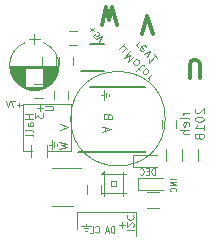
<source format=gbr>
G04 #@! TF.FileFunction,Legend,Bot*
%FSLAX46Y46*%
G04 Gerber Fmt 4.6, Leading zero omitted, Abs format (unit mm)*
G04 Created by KiCad (PCBNEW 4.0.6) date Sat Feb 10 04:57:08 2018*
%MOMM*%
%LPD*%
G01*
G04 APERTURE LIST*
%ADD10C,0.100000*%
%ADD11C,0.125000*%
%ADD12C,0.300000*%
%ADD13C,0.120000*%
%ADD14C,0.150000*%
G04 APERTURE END LIST*
D10*
D11*
X166014286Y-89489286D02*
X165514286Y-89489286D01*
X165657143Y-89489286D02*
X165585714Y-89525001D01*
X165550000Y-89560715D01*
X165514286Y-89632144D01*
X165514286Y-89703572D01*
X166014286Y-90060715D02*
X165978571Y-89989287D01*
X165907143Y-89953572D01*
X165264286Y-89953572D01*
X165978571Y-90632144D02*
X166014286Y-90560715D01*
X166014286Y-90417858D01*
X165978571Y-90346429D01*
X165907143Y-90310715D01*
X165621429Y-90310715D01*
X165550000Y-90346429D01*
X165514286Y-90417858D01*
X165514286Y-90560715D01*
X165550000Y-90632144D01*
X165621429Y-90667858D01*
X165692857Y-90667858D01*
X165764286Y-90310715D01*
X166014286Y-90989286D02*
X165264286Y-90989286D01*
X166014286Y-91310715D02*
X165621429Y-91310715D01*
X165550000Y-91275001D01*
X165514286Y-91203572D01*
X165514286Y-91096429D01*
X165550000Y-91025001D01*
X165585714Y-90989286D01*
X166585714Y-89114285D02*
X166550000Y-89149999D01*
X166514286Y-89221428D01*
X166514286Y-89399999D01*
X166550000Y-89471428D01*
X166585714Y-89507142D01*
X166657143Y-89542857D01*
X166728571Y-89542857D01*
X166835714Y-89507142D01*
X167264286Y-89078571D01*
X167264286Y-89542857D01*
X166514286Y-90007143D02*
X166514286Y-90078571D01*
X166550000Y-90150000D01*
X166585714Y-90185714D01*
X166657143Y-90221428D01*
X166800000Y-90257143D01*
X166978571Y-90257143D01*
X167121429Y-90221428D01*
X167192857Y-90185714D01*
X167228571Y-90150000D01*
X167264286Y-90078571D01*
X167264286Y-90007143D01*
X167228571Y-89935714D01*
X167192857Y-89900000D01*
X167121429Y-89864285D01*
X166978571Y-89828571D01*
X166800000Y-89828571D01*
X166657143Y-89864285D01*
X166585714Y-89900000D01*
X166550000Y-89935714D01*
X166514286Y-90007143D01*
X167264286Y-90971429D02*
X167264286Y-90542857D01*
X167264286Y-90757143D02*
X166514286Y-90757143D01*
X166621429Y-90685714D01*
X166692857Y-90614286D01*
X166728571Y-90542857D01*
X166835714Y-91400000D02*
X166800000Y-91328572D01*
X166764286Y-91292857D01*
X166692857Y-91257143D01*
X166657143Y-91257143D01*
X166585714Y-91292857D01*
X166550000Y-91328572D01*
X166514286Y-91400000D01*
X166514286Y-91542857D01*
X166550000Y-91614286D01*
X166585714Y-91650000D01*
X166657143Y-91685715D01*
X166692857Y-91685715D01*
X166764286Y-91650000D01*
X166800000Y-91614286D01*
X166835714Y-91542857D01*
X166835714Y-91400000D01*
X166871429Y-91328572D01*
X166907143Y-91292857D01*
X166978571Y-91257143D01*
X167121429Y-91257143D01*
X167192857Y-91292857D01*
X167228571Y-91328572D01*
X167264286Y-91400000D01*
X167264286Y-91542857D01*
X167228571Y-91614286D01*
X167192857Y-91650000D01*
X167121429Y-91685715D01*
X166978571Y-91685715D01*
X166907143Y-91650000D01*
X166871429Y-91614286D01*
X166835714Y-91542857D01*
X160094352Y-84105520D02*
X160624682Y-83575190D01*
X160624682Y-84080267D02*
X160700444Y-84055014D01*
X160776206Y-84080267D01*
X160372144Y-83827728D02*
X160447906Y-83802476D01*
X160523667Y-83827728D01*
X160624682Y-83928744D01*
X160649936Y-84004506D01*
X160624682Y-84080267D01*
X160346891Y-84358059D01*
X161003489Y-84307551D02*
X160473159Y-84837881D01*
X161028743Y-84635850D01*
X160826713Y-85191434D01*
X161357043Y-84661104D01*
X161685343Y-84989404D02*
X161609581Y-84964151D01*
X161559073Y-84964150D01*
X161483312Y-84989404D01*
X161331789Y-85140927D01*
X161306535Y-85216688D01*
X161306536Y-85267196D01*
X161331789Y-85342957D01*
X161407551Y-85418719D01*
X161483312Y-85443973D01*
X161533820Y-85443973D01*
X161609581Y-85418719D01*
X161761104Y-85267196D01*
X161786358Y-85191435D01*
X161786358Y-85140928D01*
X161761104Y-85065165D01*
X161685343Y-84989404D01*
X161660089Y-85671257D02*
X161862119Y-85873287D01*
X161559073Y-85923794D02*
X162013642Y-85469226D01*
X162089403Y-85443973D01*
X162165165Y-85469226D01*
X162215673Y-85519734D01*
X162468210Y-85772271D02*
X162392449Y-85747018D01*
X162341941Y-85747018D01*
X162266180Y-85772271D01*
X162114657Y-85923794D01*
X162089403Y-85999556D01*
X162089403Y-86050064D01*
X162114657Y-86125825D01*
X162190418Y-86201586D01*
X162266180Y-86226841D01*
X162316687Y-86226841D01*
X162392449Y-86201586D01*
X162543972Y-86050063D01*
X162569225Y-85974302D01*
X162569225Y-85923795D01*
X162543972Y-85848033D01*
X162468210Y-85772271D01*
X162872271Y-86176332D02*
X162518717Y-86529885D01*
X162619733Y-86428870D02*
X162594479Y-86504632D01*
X162594479Y-86555140D01*
X162619733Y-86630901D01*
X162670241Y-86681408D01*
X161862118Y-83398413D02*
X161508565Y-83751967D01*
X161609580Y-83650952D02*
X161584326Y-83726714D01*
X161584326Y-83777221D01*
X161609581Y-83852983D01*
X161660088Y-83903490D01*
X162367195Y-83953998D02*
X162341941Y-83878236D01*
X162240926Y-83777221D01*
X162165164Y-83751967D01*
X162089403Y-83777221D01*
X161887372Y-83979251D01*
X161862118Y-84055013D01*
X161887372Y-84130774D01*
X161988388Y-84231790D01*
X162064149Y-84257044D01*
X162139911Y-84231790D01*
X162190418Y-84181282D01*
X161988388Y-83878236D01*
X162240926Y-84484328D02*
X162720748Y-84257043D01*
X162493464Y-84736866D01*
X163326840Y-84863135D02*
X163023794Y-84560089D01*
X163175317Y-84711612D02*
X162644987Y-85241942D01*
X162670241Y-85115673D01*
X162670241Y-85014659D01*
X162644986Y-84938897D01*
D10*
X157673212Y-82317653D02*
X157942585Y-82587027D01*
X157956054Y-82304184D02*
X157659743Y-82600495D01*
X158038550Y-83164497D02*
X157870192Y-82996139D01*
X158038550Y-82794108D01*
X158036867Y-82829464D01*
X158052019Y-82881655D01*
X158136198Y-82965834D01*
X158188389Y-82980986D01*
X158223744Y-82979303D01*
X158277619Y-82959100D01*
X158370217Y-82866502D01*
X158390420Y-82812628D01*
X158392103Y-82777272D01*
X158376951Y-82725081D01*
X158292772Y-82640902D01*
X158240581Y-82625750D01*
X158205225Y-82627433D01*
X158156401Y-83282348D02*
X158663161Y-83011291D01*
X158392103Y-83518050D01*
X151842856Y-88839286D02*
X151461904Y-88839286D01*
X151652380Y-89048810D02*
X151652380Y-88629762D01*
X151271427Y-88498810D02*
X150938094Y-88498810D01*
X151152380Y-89048810D01*
X150819047Y-88498810D02*
X150652380Y-89048810D01*
X150485714Y-88498810D01*
X159200000Y-87900000D02*
X159200000Y-88100000D01*
X159000000Y-87800000D02*
X159000000Y-88200000D01*
X158800000Y-87600000D02*
X158800000Y-88400000D01*
X158600000Y-88000000D02*
X158800000Y-88000000D01*
D11*
X159150000Y-89750000D02*
X159116667Y-89650000D01*
X159083333Y-89616667D01*
X159016667Y-89583333D01*
X158916667Y-89583333D01*
X158850000Y-89616667D01*
X158816667Y-89650000D01*
X158783333Y-89716667D01*
X158783333Y-89983333D01*
X159483333Y-89983333D01*
X159483333Y-89750000D01*
X159450000Y-89683333D01*
X159416667Y-89650000D01*
X159350000Y-89616667D01*
X159283333Y-89616667D01*
X159216667Y-89650000D01*
X159183333Y-89683333D01*
X159150000Y-89750000D01*
X159150000Y-89983333D01*
X158883333Y-91066667D02*
X158883333Y-90733333D01*
X158683333Y-91133333D02*
X159383333Y-90900000D01*
X158683333Y-90666667D01*
D10*
X163107142Y-94748810D02*
X163107142Y-94198810D01*
X162988095Y-94198810D01*
X162916666Y-94225000D01*
X162869047Y-94277381D01*
X162845238Y-94329762D01*
X162821428Y-94434524D01*
X162821428Y-94513095D01*
X162845238Y-94617857D01*
X162869047Y-94670238D01*
X162916666Y-94722619D01*
X162988095Y-94748810D01*
X163107142Y-94748810D01*
X162607142Y-94460714D02*
X162440476Y-94460714D01*
X162369047Y-94748810D02*
X162607142Y-94748810D01*
X162607142Y-94198810D01*
X162369047Y-94198810D01*
X161869047Y-94696429D02*
X161892857Y-94722619D01*
X161964285Y-94748810D01*
X162011904Y-94748810D01*
X162083333Y-94722619D01*
X162130952Y-94670238D01*
X162154761Y-94617857D01*
X162178571Y-94513095D01*
X162178571Y-94434524D01*
X162154761Y-94329762D01*
X162130952Y-94277381D01*
X162083333Y-94225000D01*
X162011904Y-94198810D01*
X161964285Y-94198810D01*
X161892857Y-94225000D01*
X161869047Y-94251190D01*
X164948810Y-95088096D02*
X164398810Y-95088096D01*
X164948810Y-95326191D02*
X164398810Y-95326191D01*
X164948810Y-95611905D01*
X164398810Y-95611905D01*
X164896429Y-96135715D02*
X164922619Y-96111905D01*
X164948810Y-96040477D01*
X164948810Y-95992858D01*
X164922619Y-95921429D01*
X164870238Y-95873810D01*
X164817857Y-95850001D01*
X164713095Y-95826191D01*
X164634524Y-95826191D01*
X164529762Y-95850001D01*
X164477381Y-95873810D01*
X164425000Y-95921429D01*
X164398810Y-95992858D01*
X164398810Y-96040477D01*
X164425000Y-96111905D01*
X164451190Y-96135715D01*
X160728571Y-99385714D02*
X161328571Y-99385714D01*
X161271429Y-99128571D02*
X161300000Y-99100000D01*
X161328571Y-99042857D01*
X161328571Y-98900000D01*
X161300000Y-98842857D01*
X161271429Y-98814286D01*
X161214286Y-98785714D01*
X161157143Y-98785714D01*
X161071429Y-98814286D01*
X160728571Y-99157143D01*
X160728571Y-98785714D01*
X160785714Y-98185714D02*
X160757143Y-98214285D01*
X160728571Y-98299999D01*
X160728571Y-98357142D01*
X160757143Y-98442857D01*
X160814286Y-98499999D01*
X160871429Y-98528571D01*
X160985714Y-98557142D01*
X161071429Y-98557142D01*
X161185714Y-98528571D01*
X161242857Y-98499999D01*
X161300000Y-98442857D01*
X161328571Y-98357142D01*
X161328571Y-98299999D01*
X161300000Y-98214285D01*
X161271429Y-98185714D01*
X161500000Y-97900000D02*
X161500000Y-99900000D01*
X156500000Y-97900000D02*
X161500000Y-97900000D01*
X156500000Y-98400000D02*
X156500000Y-97900000D01*
X156500000Y-98400000D02*
X156500000Y-99300000D01*
D11*
X160350000Y-98733334D02*
X160350000Y-99266667D01*
X160616667Y-99000000D02*
X160083333Y-99000000D01*
D10*
X157397402Y-99475152D02*
X157197402Y-99475152D01*
X157497402Y-99275152D02*
X157097402Y-99275152D01*
X157697402Y-99075152D02*
X156897402Y-99075152D01*
X157297402Y-98875152D02*
X157297402Y-99075152D01*
X154200000Y-92200000D02*
X154400000Y-92200000D01*
X154800000Y-92100000D02*
X154800000Y-92300000D01*
X154600000Y-92000000D02*
X154600000Y-92400000D01*
X154400000Y-91800000D02*
X154400000Y-92600000D01*
X159688094Y-99648810D02*
X159688094Y-99098810D01*
X159569047Y-99098810D01*
X159497618Y-99125000D01*
X159449999Y-99177381D01*
X159426190Y-99229762D01*
X159402380Y-99334524D01*
X159402380Y-99413095D01*
X159426190Y-99517857D01*
X159449999Y-99570238D01*
X159497618Y-99622619D01*
X159569047Y-99648810D01*
X159688094Y-99648810D01*
X159211904Y-99491667D02*
X158973809Y-99491667D01*
X159259523Y-99648810D02*
X159092856Y-99098810D01*
X158926190Y-99648810D01*
X158092857Y-99596429D02*
X158116667Y-99622619D01*
X158188095Y-99648810D01*
X158235714Y-99648810D01*
X158307143Y-99622619D01*
X158354762Y-99570238D01*
X158378571Y-99517857D01*
X158402381Y-99413095D01*
X158402381Y-99334524D01*
X158378571Y-99229762D01*
X158354762Y-99177381D01*
X158307143Y-99125000D01*
X158235714Y-99098810D01*
X158188095Y-99098810D01*
X158116667Y-99125000D01*
X158092857Y-99151190D01*
X157640476Y-99648810D02*
X157878571Y-99648810D01*
X157878571Y-99098810D01*
D11*
X155016667Y-91950000D02*
X155716667Y-92116667D01*
X155216667Y-92250000D01*
X155716667Y-92383333D01*
X155016667Y-92550000D01*
X155064667Y-90470067D02*
X155764667Y-90703400D01*
X155064667Y-90936733D01*
X153816667Y-88900001D02*
X154383333Y-88900001D01*
X154450000Y-88933334D01*
X154483333Y-88966667D01*
X154516667Y-89033334D01*
X154516667Y-89166667D01*
X154483333Y-89233334D01*
X154450000Y-89266667D01*
X154383333Y-89300001D01*
X153816667Y-89300001D01*
X153415200Y-88868314D02*
X153415200Y-89325457D01*
X153681867Y-89096886D02*
X153148533Y-89096886D01*
X152981867Y-89554028D02*
X152981867Y-89925457D01*
X153248533Y-89725457D01*
X153248533Y-89811171D01*
X153281867Y-89868314D01*
X153315200Y-89896885D01*
X153381867Y-89925457D01*
X153548533Y-89925457D01*
X153615200Y-89896885D01*
X153648533Y-89868314D01*
X153681867Y-89811171D01*
X153681867Y-89639743D01*
X153648533Y-89582600D01*
X153615200Y-89554028D01*
D10*
X156000000Y-88750000D02*
X152000000Y-88750000D01*
X156000000Y-92750000D02*
X156000000Y-88750000D01*
X154000000Y-92750000D02*
X156000000Y-92750000D01*
X152000000Y-92750000D02*
X152750000Y-92750000D01*
X152000000Y-88750000D02*
X152000000Y-92750000D01*
D11*
X152816667Y-89616667D02*
X152116667Y-89616667D01*
X152450000Y-89616667D02*
X152450000Y-90016667D01*
X152816667Y-90016667D02*
X152116667Y-90016667D01*
X152816667Y-90650000D02*
X152450000Y-90650000D01*
X152383333Y-90616666D01*
X152350000Y-90550000D01*
X152350000Y-90416666D01*
X152383333Y-90350000D01*
X152783333Y-90650000D02*
X152816667Y-90583333D01*
X152816667Y-90416666D01*
X152783333Y-90350000D01*
X152716667Y-90316666D01*
X152650000Y-90316666D01*
X152583333Y-90350000D01*
X152550000Y-90416666D01*
X152550000Y-90583333D01*
X152516667Y-90650000D01*
X152816667Y-91083333D02*
X152783333Y-91016666D01*
X152716667Y-90983333D01*
X152116667Y-90983333D01*
X152816667Y-91450000D02*
X152783333Y-91383333D01*
X152716667Y-91350000D01*
X152116667Y-91350000D01*
D12*
X166071429Y-86571429D02*
X166071429Y-85357143D01*
X166142857Y-85214286D01*
X166214286Y-85142857D01*
X166357143Y-85071429D01*
X166642857Y-85071429D01*
X166785715Y-85142857D01*
X166857143Y-85214286D01*
X166928572Y-85357143D01*
X166928572Y-86571429D01*
X162000000Y-82821429D02*
X162500000Y-81321429D01*
X163000000Y-82821429D01*
X158607143Y-82071429D02*
X158964286Y-80571429D01*
X159250000Y-81642857D01*
X159535714Y-80571429D01*
X159892857Y-82071429D01*
D10*
X164000000Y-90000000D02*
G75*
G03X164000000Y-90000000I-4000000J0D01*
G01*
D13*
X152927000Y-88230000D02*
X153627000Y-88230000D01*
X153627000Y-87030000D02*
X152927000Y-87030000D01*
X155794000Y-88361000D02*
X155794000Y-87661000D01*
X154594000Y-87661000D02*
X154594000Y-88361000D01*
X164938000Y-90786000D02*
X164938000Y-90086000D01*
X163738000Y-90086000D02*
X163738000Y-90786000D01*
X153578000Y-84752000D02*
X153578000Y-85452000D01*
X154778000Y-85452000D02*
X154778000Y-84752000D01*
X158588000Y-96350000D02*
X158588000Y-95650000D01*
X157388000Y-95650000D02*
X157388000Y-96350000D01*
X161234500Y-94099000D02*
X161234500Y-93099000D01*
X161234500Y-93099000D02*
X163334500Y-93099000D01*
X161234500Y-94099000D02*
X163334500Y-94099000D01*
X161679000Y-96004000D02*
X161679000Y-95004000D01*
X161679000Y-95004000D02*
X163779000Y-95004000D01*
X161679000Y-96004000D02*
X163779000Y-96004000D01*
X165399000Y-93591000D02*
X165399000Y-92591000D01*
X164039000Y-92591000D02*
X164039000Y-93591000D01*
X166796000Y-93591000D02*
X166796000Y-92591000D01*
X165436000Y-92591000D02*
X165436000Y-93591000D01*
X163453000Y-96221000D02*
X162453000Y-96221000D01*
X162453000Y-97581000D02*
X163453000Y-97581000D01*
X153969000Y-93250000D02*
X153969000Y-92250000D01*
X152609000Y-92250000D02*
X152609000Y-93250000D01*
D14*
X162300000Y-92800000D02*
X162300000Y-92700000D01*
X162325000Y-87275000D02*
X162325000Y-87300000D01*
X157675000Y-87275000D02*
X157675000Y-87300000D01*
X156600000Y-92800000D02*
X162300000Y-92800000D01*
X157675000Y-87275000D02*
X162325000Y-87275000D01*
D13*
X156221000Y-97368000D02*
X154421000Y-97368000D01*
X154421000Y-94148000D02*
X156871000Y-94148000D01*
X152128911Y-87439361D02*
G75*
G02X152128000Y-83561005I779089J1939361D01*
G01*
X153687089Y-87439361D02*
G75*
G03X153688000Y-83561005I-779089J1939361D01*
G01*
X153687089Y-87439361D02*
G75*
G02X152128000Y-87438995I-779089J1939361D01*
G01*
X150858000Y-85500000D02*
X154958000Y-85500000D01*
X150858000Y-85540000D02*
X154958000Y-85540000D01*
X150859000Y-85580000D02*
X154957000Y-85580000D01*
X150861000Y-85620000D02*
X154955000Y-85620000D01*
X150864000Y-85660000D02*
X154952000Y-85660000D01*
X150867000Y-85700000D02*
X154949000Y-85700000D01*
X150871000Y-85740000D02*
X152128000Y-85740000D01*
X153688000Y-85740000D02*
X154945000Y-85740000D01*
X150876000Y-85780000D02*
X152128000Y-85780000D01*
X153688000Y-85780000D02*
X154940000Y-85780000D01*
X150882000Y-85820000D02*
X152128000Y-85820000D01*
X153688000Y-85820000D02*
X154934000Y-85820000D01*
X150889000Y-85860000D02*
X152128000Y-85860000D01*
X153688000Y-85860000D02*
X154927000Y-85860000D01*
X150896000Y-85900000D02*
X152128000Y-85900000D01*
X153688000Y-85900000D02*
X154920000Y-85900000D01*
X150904000Y-85940000D02*
X152128000Y-85940000D01*
X153688000Y-85940000D02*
X154912000Y-85940000D01*
X150913000Y-85980000D02*
X152128000Y-85980000D01*
X153688000Y-85980000D02*
X154903000Y-85980000D01*
X150923000Y-86020000D02*
X152128000Y-86020000D01*
X153688000Y-86020000D02*
X154893000Y-86020000D01*
X150934000Y-86060000D02*
X152128000Y-86060000D01*
X153688000Y-86060000D02*
X154882000Y-86060000D01*
X150945000Y-86100000D02*
X152128000Y-86100000D01*
X153688000Y-86100000D02*
X154871000Y-86100000D01*
X150958000Y-86140000D02*
X152128000Y-86140000D01*
X153688000Y-86140000D02*
X154858000Y-86140000D01*
X150971000Y-86180000D02*
X152128000Y-86180000D01*
X153688000Y-86180000D02*
X154845000Y-86180000D01*
X150985000Y-86221000D02*
X152128000Y-86221000D01*
X153688000Y-86221000D02*
X154831000Y-86221000D01*
X151001000Y-86261000D02*
X152128000Y-86261000D01*
X153688000Y-86261000D02*
X154815000Y-86261000D01*
X151017000Y-86301000D02*
X152128000Y-86301000D01*
X153688000Y-86301000D02*
X154799000Y-86301000D01*
X151034000Y-86341000D02*
X152128000Y-86341000D01*
X153688000Y-86341000D02*
X154782000Y-86341000D01*
X151052000Y-86381000D02*
X152128000Y-86381000D01*
X153688000Y-86381000D02*
X154764000Y-86381000D01*
X151071000Y-86421000D02*
X152128000Y-86421000D01*
X153688000Y-86421000D02*
X154745000Y-86421000D01*
X151091000Y-86461000D02*
X152128000Y-86461000D01*
X153688000Y-86461000D02*
X154725000Y-86461000D01*
X151112000Y-86501000D02*
X152128000Y-86501000D01*
X153688000Y-86501000D02*
X154704000Y-86501000D01*
X151135000Y-86541000D02*
X152128000Y-86541000D01*
X153688000Y-86541000D02*
X154681000Y-86541000D01*
X151158000Y-86581000D02*
X152128000Y-86581000D01*
X153688000Y-86581000D02*
X154658000Y-86581000D01*
X151183000Y-86621000D02*
X152128000Y-86621000D01*
X153688000Y-86621000D02*
X154633000Y-86621000D01*
X151209000Y-86661000D02*
X152128000Y-86661000D01*
X153688000Y-86661000D02*
X154607000Y-86661000D01*
X151236000Y-86701000D02*
X152128000Y-86701000D01*
X153688000Y-86701000D02*
X154580000Y-86701000D01*
X151265000Y-86741000D02*
X152128000Y-86741000D01*
X153688000Y-86741000D02*
X154551000Y-86741000D01*
X151295000Y-86781000D02*
X152128000Y-86781000D01*
X153688000Y-86781000D02*
X154521000Y-86781000D01*
X151327000Y-86821000D02*
X152128000Y-86821000D01*
X153688000Y-86821000D02*
X154489000Y-86821000D01*
X151361000Y-86861000D02*
X152128000Y-86861000D01*
X153688000Y-86861000D02*
X154455000Y-86861000D01*
X151396000Y-86901000D02*
X152128000Y-86901000D01*
X153688000Y-86901000D02*
X154420000Y-86901000D01*
X151433000Y-86941000D02*
X152128000Y-86941000D01*
X153688000Y-86941000D02*
X154383000Y-86941000D01*
X151472000Y-86981000D02*
X152128000Y-86981000D01*
X153688000Y-86981000D02*
X154344000Y-86981000D01*
X151513000Y-87021000D02*
X152128000Y-87021000D01*
X153688000Y-87021000D02*
X154303000Y-87021000D01*
X151557000Y-87061000D02*
X152128000Y-87061000D01*
X153688000Y-87061000D02*
X154259000Y-87061000D01*
X151603000Y-87101000D02*
X152128000Y-87101000D01*
X153688000Y-87101000D02*
X154213000Y-87101000D01*
X151652000Y-87141000D02*
X152128000Y-87141000D01*
X153688000Y-87141000D02*
X154164000Y-87141000D01*
X151704000Y-87181000D02*
X152128000Y-87181000D01*
X153688000Y-87181000D02*
X154112000Y-87181000D01*
X151760000Y-87221000D02*
X152128000Y-87221000D01*
X153688000Y-87221000D02*
X154056000Y-87221000D01*
X151820000Y-87261000D02*
X152128000Y-87261000D01*
X153688000Y-87261000D02*
X153996000Y-87261000D01*
X151885000Y-87301000D02*
X153931000Y-87301000D01*
X151956000Y-87341000D02*
X153860000Y-87341000D01*
X152034000Y-87381000D02*
X153782000Y-87381000D01*
X152122000Y-87421000D02*
X153694000Y-87421000D01*
X152222000Y-87461000D02*
X153594000Y-87461000D01*
X152341000Y-87501000D02*
X153475000Y-87501000D01*
X152493000Y-87541000D02*
X153323000Y-87541000D01*
X152743000Y-87581000D02*
X153073000Y-87581000D01*
X152908000Y-82800000D02*
X152908000Y-83700000D01*
X152458000Y-83250000D02*
X153358000Y-83250000D01*
D10*
X158639000Y-94704000D02*
X158839000Y-94504000D01*
X158839000Y-94604000D02*
X158739000Y-94704000D01*
X158839000Y-94404000D02*
X158539000Y-94704000D01*
X159839000Y-95304000D02*
X159439000Y-95304000D01*
X159439000Y-95304000D02*
X159439000Y-95704000D01*
X158639000Y-96304000D02*
X160639000Y-96304000D01*
X158839000Y-94404000D02*
X158839000Y-96504000D01*
X160439000Y-94504000D02*
X160439000Y-96504000D01*
X158539000Y-94704000D02*
X160639000Y-94704000D01*
X159839000Y-95704000D02*
X159439000Y-95704000D01*
X159839000Y-95304000D02*
X159839000Y-95704000D01*
D13*
X156175000Y-85452000D02*
X156175000Y-84752000D01*
X154975000Y-84752000D02*
X154975000Y-85452000D01*
X156560000Y-82585000D02*
X155860000Y-82585000D01*
X155860000Y-83785000D02*
X156560000Y-83785000D01*
D14*
X157667000Y-83711000D02*
X158817000Y-83711000D01*
X156892000Y-85961000D02*
X158817000Y-85961000D01*
M02*

</source>
